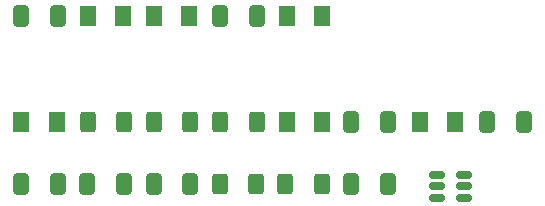
<source format=gbr>
%TF.GenerationSoftware,KiCad,Pcbnew,9.0.3*%
%TF.CreationDate,2025-07-23T14:00:13+06:00*%
%TF.ProjectId,LFRCircuit,4c465243-6972-4637-9569-742e6b696361,rev?*%
%TF.SameCoordinates,Original*%
%TF.FileFunction,Paste,Bot*%
%TF.FilePolarity,Positive*%
%FSLAX46Y46*%
G04 Gerber Fmt 4.6, Leading zero omitted, Abs format (unit mm)*
G04 Created by KiCad (PCBNEW 9.0.3) date 2025-07-23 14:00:13*
%MOMM*%
%LPD*%
G01*
G04 APERTURE LIST*
G04 Aperture macros list*
%AMRoundRect*
0 Rectangle with rounded corners*
0 $1 Rounding radius*
0 $2 $3 $4 $5 $6 $7 $8 $9 X,Y pos of 4 corners*
0 Add a 4 corners polygon primitive as box body*
4,1,4,$2,$3,$4,$5,$6,$7,$8,$9,$2,$3,0*
0 Add four circle primitives for the rounded corners*
1,1,$1+$1,$2,$3*
1,1,$1+$1,$4,$5*
1,1,$1+$1,$6,$7*
1,1,$1+$1,$8,$9*
0 Add four rect primitives between the rounded corners*
20,1,$1+$1,$2,$3,$4,$5,0*
20,1,$1+$1,$4,$5,$6,$7,0*
20,1,$1+$1,$6,$7,$8,$9,0*
20,1,$1+$1,$8,$9,$2,$3,0*%
G04 Aperture macros list end*
%ADD10RoundRect,0.250000X0.400000X0.625000X-0.400000X0.625000X-0.400000X-0.625000X0.400000X-0.625000X0*%
%ADD11RoundRect,0.250000X0.412500X0.650000X-0.412500X0.650000X-0.412500X-0.650000X0.412500X-0.650000X0*%
%ADD12RoundRect,0.250000X-0.412500X-0.650000X0.412500X-0.650000X0.412500X0.650000X-0.412500X0.650000X0*%
%ADD13RoundRect,0.250001X0.462499X0.624999X-0.462499X0.624999X-0.462499X-0.624999X0.462499X-0.624999X0*%
%ADD14RoundRect,0.150000X0.512500X0.150000X-0.512500X0.150000X-0.512500X-0.150000X0.512500X-0.150000X0*%
G04 APERTURE END LIST*
D10*
%TO.C,R3*%
X168958800Y-87000000D03*
X165858800Y-87000000D03*
%TD*%
D11*
%TO.C,C7*%
X202812500Y-87000000D03*
X199687500Y-87000000D03*
%TD*%
D10*
%TO.C,R4*%
X185710500Y-92250000D03*
X182610500Y-92250000D03*
%TD*%
D12*
%TO.C,C5*%
X188187500Y-87000000D03*
X191312500Y-87000000D03*
%TD*%
D11*
%TO.C,C1*%
X163335000Y-78000000D03*
X160210000Y-78000000D03*
%TD*%
%TO.C,C2*%
X180191300Y-78025000D03*
X177066300Y-78025000D03*
%TD*%
D13*
%TO.C,L1*%
X185737500Y-87000000D03*
X182762500Y-87000000D03*
%TD*%
%TO.C,D2*%
X168858800Y-78000000D03*
X165883800Y-78000000D03*
%TD*%
D10*
%TO.C,R5*%
X180151000Y-92250000D03*
X177051000Y-92250000D03*
%TD*%
D12*
%TO.C,C8*%
X171449000Y-92250000D03*
X174574000Y-92250000D03*
%TD*%
D11*
%TO.C,C4*%
X191312500Y-92250000D03*
X188187500Y-92250000D03*
%TD*%
D14*
%TO.C,U2*%
X197750000Y-91500000D03*
X197750000Y-92450000D03*
X197750000Y-93400000D03*
X195475000Y-93400000D03*
X195475000Y-92450000D03*
X195475000Y-91500000D03*
%TD*%
D11*
%TO.C,C3*%
X168954500Y-92250000D03*
X165829500Y-92250000D03*
%TD*%
D13*
%TO.C,D5*%
X196987500Y-87000000D03*
X194012500Y-87000000D03*
%TD*%
D10*
%TO.C,R2*%
X174572500Y-87000000D03*
X171472500Y-87000000D03*
%TD*%
%TO.C,R1*%
X180186300Y-87000000D03*
X177086300Y-87000000D03*
%TD*%
D11*
%TO.C,C6*%
X163335000Y-92250000D03*
X160210000Y-92250000D03*
%TD*%
D13*
%TO.C,D4*%
X163237500Y-87000000D03*
X160262500Y-87000000D03*
%TD*%
%TO.C,D3*%
X185715000Y-78015000D03*
X182740000Y-78015000D03*
%TD*%
%TO.C,D1*%
X174472500Y-78030000D03*
X171497500Y-78030000D03*
%TD*%
M02*

</source>
